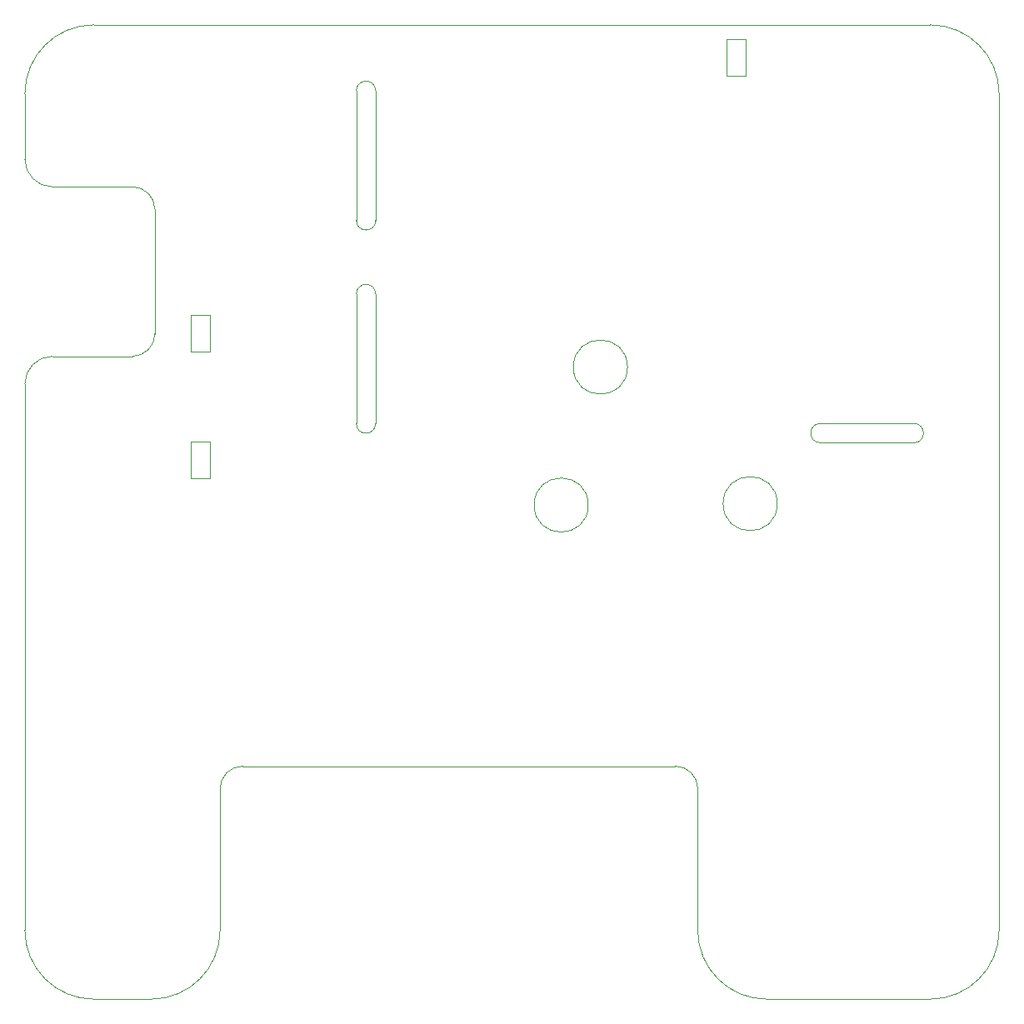
<source format=gbr>
G04 #@! TF.GenerationSoftware,KiCad,Pcbnew,7.0.7+dfsg-1*
G04 #@! TF.CreationDate,2024-09-08T18:24:34+02:00*
G04 #@! TF.ProjectId,evo-cube-sensor,65766f2d-6375-4626-952d-73656e736f72,rev?*
G04 #@! TF.SameCoordinates,Original*
G04 #@! TF.FileFunction,Other,User*
%FSLAX46Y46*%
G04 Gerber Fmt 4.6, Leading zero omitted, Abs format (unit mm)*
G04 Created by KiCad (PCBNEW 7.0.7+dfsg-1) date 2024-09-08 18:24:34*
%MOMM*%
%LPD*%
G01*
G04 APERTURE LIST*
%ADD10C,0.050000*%
G04 #@! TA.AperFunction,Profile*
%ADD11C,0.100000*%
G04 #@! TD*
G04 APERTURE END LIST*
D10*
X104963400Y-37770200D02*
X106923400Y-37770200D01*
X106923400Y-37770200D02*
X106923400Y-34010200D01*
X104963400Y-34010200D02*
X104963400Y-37770200D01*
X106923400Y-34010200D02*
X104963400Y-34010200D01*
X94901200Y-67340800D02*
G75*
G03*
X94901200Y-67340800I-2750000J0D01*
G01*
X52465800Y-74874900D02*
X50505800Y-74874900D01*
X50505800Y-74874900D02*
X50505800Y-78634900D01*
X52465800Y-78634900D02*
X52465800Y-74874900D01*
X50505800Y-78634900D02*
X52465800Y-78634900D01*
X50531200Y-65786400D02*
X52491200Y-65786400D01*
X52491200Y-65786400D02*
X52491200Y-62026400D01*
X50531200Y-62026400D02*
X50531200Y-65786400D01*
X52491200Y-62026400D02*
X50531200Y-62026400D01*
X110115800Y-81223800D02*
G75*
G03*
X110115800Y-81223800I-2750000J0D01*
G01*
X90913400Y-81362113D02*
G75*
G03*
X90913400Y-81362113I-2750000J0D01*
G01*
D11*
X114503200Y-73075800D02*
X124002800Y-73075800D01*
X125664200Y-131569200D02*
G75*
G03*
X132664200Y-124569200I0J7000000D01*
G01*
X46500453Y-131569203D02*
G75*
G03*
X53500453Y-124569200I-3J7000003D01*
G01*
X33670200Y-46233544D02*
X33664200Y-39569200D01*
X33664200Y-124569200D02*
G75*
G03*
X40664200Y-131569200I7000000J0D01*
G01*
X67348843Y-73089243D02*
G75*
G03*
X69303157Y-73089243I977157J0D01*
G01*
X55786453Y-107899153D02*
G75*
G03*
X53500453Y-110185200I47J-2286047D01*
G01*
X125664200Y-32569200D02*
X40664200Y-32569200D01*
X99756200Y-107899200D02*
X55786453Y-107899200D01*
X102042200Y-110185200D02*
G75*
G03*
X99756200Y-107899200I-2286000J0D01*
G01*
X46878200Y-51313544D02*
X46878200Y-63957200D01*
X53500453Y-110185200D02*
X53500453Y-124569200D01*
X46878156Y-51313544D02*
G75*
G03*
X44592200Y-49027544I-2285956J44D01*
G01*
X69303157Y-59918600D02*
G75*
G03*
X67348843Y-59918600I-977157J0D01*
G01*
X44592200Y-66243200D02*
X36464200Y-66243200D01*
X44592200Y-66243200D02*
G75*
G03*
X46878200Y-63957200I0J2286000D01*
G01*
X44592200Y-49027544D02*
X36464200Y-49027544D01*
X102042200Y-110185200D02*
X102042200Y-124569200D01*
X36464200Y-66243200D02*
G75*
G03*
X33670200Y-69037200I0J-2794000D01*
G01*
X114503200Y-73075886D02*
G75*
G03*
X114503200Y-75030114I0J-977114D01*
G01*
X109042200Y-131569200D02*
X125664200Y-131569200D01*
X124002800Y-75030114D02*
X114503200Y-75030114D01*
X67348843Y-73089243D02*
X67348843Y-59918600D01*
X67348843Y-52439043D02*
G75*
G03*
X69303157Y-52439043I977157J0D01*
G01*
X69303157Y-39268400D02*
X69303157Y-52439043D01*
X33670200Y-69037200D02*
X33670200Y-124569200D01*
X124002800Y-75030200D02*
G75*
G03*
X124002800Y-73075800I0J977200D01*
G01*
X40664200Y-32569200D02*
G75*
G03*
X33664200Y-39569200I0J-7000000D01*
G01*
X67348843Y-39268400D02*
X67348843Y-52439043D01*
X69303157Y-59918600D02*
X69303157Y-73089243D01*
X132664200Y-39569200D02*
G75*
G03*
X125664200Y-32569200I-7000000J0D01*
G01*
X33670156Y-46233544D02*
G75*
G03*
X36464200Y-49027544I2794044J44D01*
G01*
X69303157Y-39268400D02*
G75*
G03*
X67348843Y-39268400I-977157J0D01*
G01*
X40664200Y-131569200D02*
X46500453Y-131569200D01*
X102042200Y-124569200D02*
G75*
G03*
X109042200Y-131569200I7000000J0D01*
G01*
X132664200Y-124569200D02*
X132664200Y-39569200D01*
M02*

</source>
